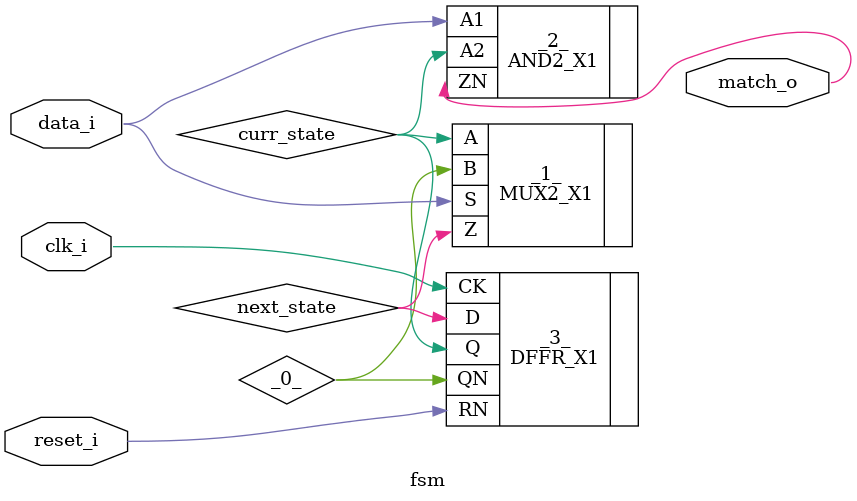
<source format=v>
/* Generated by Yosys 0.9 (git sha1 1979e0b) */

module fsm(clk_i, reset_i, data_i, match_o);
  wire _0_;
  input clk_i;
  wire curr_state;
  input data_i;
  output match_o;
  wire next_state;
  input reset_i;
  MUX2_X1 _1_ (
    .A(curr_state),
    .B(_0_),
    .S(data_i),
    .Z(next_state)
  );
  AND2_X1 _2_ (
    .A1(data_i),
    .A2(curr_state),
    .ZN(match_o)
  );
  DFFR_X1 _3_ (
    .CK(clk_i),
    .D(next_state),
    .Q(curr_state),
    .QN(_0_),
    .RN(reset_i)
  );
endmodule

</source>
